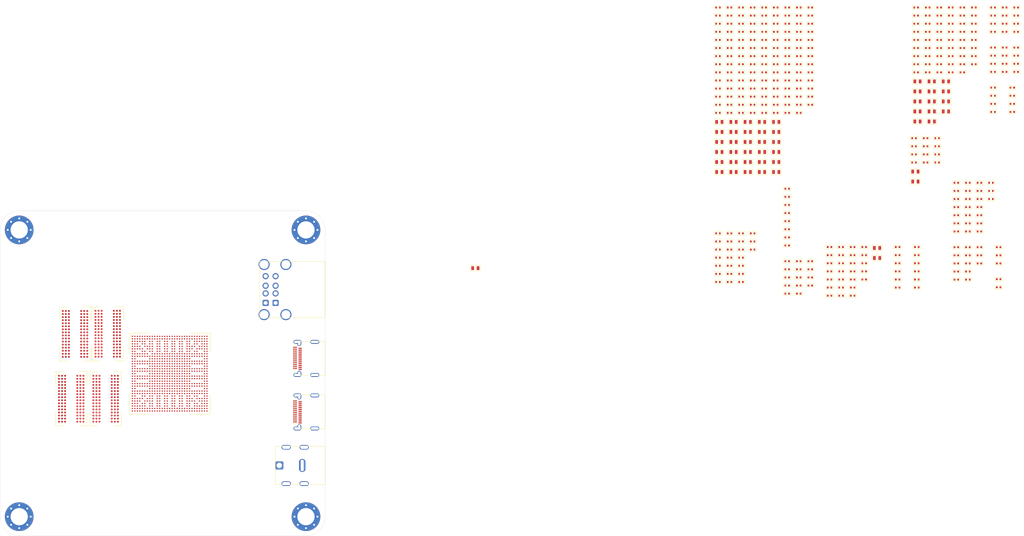
<source format=kicad_pcb>
(kicad_pcb (version 20241229) (generator "pcbnew") (generator_version "9.0")
  (layers (0 "F.Cu" signal) (2 "B.Cu" signal) (13 "F.Paste" user) (15 "B.Paste" user) (5 "F.SilkS" user "F.Silkscreen") (7 "B.SilkS" user "B.Silkscreen") (1 "F.Mask" user) (3 "B.Mask" user) (25 "Edge.Cuts" user))
  (net 0 "")
  (net 1 "+0V9_VDD_CPU_B")
  (net 2 "GND")
  (net 3 "+0V9_VDD_CPU_L")
  (net 4 "+0V9_VDD_GPU")
  (net 5 "+0V9_VDD_CENTER")
  (net 6 "+0V9_VDD_LOG")
  (net 7 "+5V0_VBUS_USBA0")
  (net 8 "+5V0_VBUS_USBA1")
  (net 9 "CHGND")
  (net 10 "+12V_DC_IN")
  (net 11 "+12V_SYS")
  (net 12 "+5V0_SYS")
  (net 13 "/Power/12V_SYS_dVdT")
  (net 14 "/Power/0V9_VDD_CPU_B_PWR_EN")
  (net 15 "/Power/5V0_USB_SW")
  (net 16 "/USB 3.0 Type-C0/USBC0_SBUS1_C")
  (net 17 "+5V0_USB")
  (net 18 "/Power/5V0_USB_SS")
  (net 19 "/USB 3.0 Type-C0/USBC0_SBUS2_C")
  (net 20 "/Power/5V0_SYS_SW")
  (net 21 "/Power/0V9_VDD_GPU_PWR_EN")
  (net 22 "/USBC0_VBUSDET")
  (net 23 "/USB 3.0 Type-C0/USBC0_TX1_C+")
  (net 24 "/USB 3.0 Type-C0/USBC0_TX1_C-")
  (net 25 "/Power/3V3_VCC_SYS_SW")
  (net 26 "+3V3_VCC_SYS")
  (net 27 "/Power/3V3_VCC_SYS_PWR_EN")
  (net 28 "+1V8_VCC")
  (net 29 "+3V0_VCC_SD")
  (net 30 "/Power/1V35_VCC_DDR_FB")
  (net 31 "+1V35_VCC_DDR")
  (net 32 "/USB 3.0 Type-C0/USBC0_TX2_C+")
  (net 33 "+1V8_AVCC_HDMI")
  (net 34 "+1V8_AVCC")
  (net 35 "+0V9_AVCC_HDMI")
  (net 36 "+3V0_IOVCC_SD")
  (net 37 "/USB 3.0 Type-C0/USBC0_TX2_C-")
  (net 38 "+1V5_VCC")
  (net 39 "+3V0_VCC")
  (net 40 "+5V0_VBUS_USBC0")
  (net 41 "Net-(U1-dV{slash}dT)")
  (net 42 "+0V9_AVCC")
  (net 43 "+3V0_VCC_S0")
  (net 44 "+3V0_VCC_RTC")
  (net 45 "/Power/PMIC_OSC32KIN")
  (net 46 "/USB 3.0 Type-C0/USBC0_CC1")
  (net 47 "/Power/PMIC_OSC32KOUT")
  (net 48 "/CPU_SYS_RESET#")
  (net 49 "/USB 3.0 Type-C0/USBC0_CC2")
  (net 50 "/Power/0V9_VDD_LOG_FB")
  (net 51 "+5V0_VPP_OTP")
  (net 52 "/PMIC_PWR_KEY#")
  (net 53 "/USB 3.0 Type-C1/USBC1_SBUS1_C")
  (net 54 "+3V3_VCC_LAN")
  (net 55 "/CPU-RK3399/CPU-RK3399 PMU Controller/CPU_XIN_OSC")
  (net 56 "/CPU-RK3399/CPU-RK3399 PMU Controller/CPU_SYS_CLK32K_IN")
  (net 57 "/USB 3.0 Type-C1/USBC1_SBUS2_C")
  (net 58 "+1V8_VCC_EFUSE")
  (net 59 "+3V0_SDMMC0_VDDPST")
  (net 60 "+1V35_VCC_DDR0_CLK")
  (net 61 "+1V35_VCC_DDR1_CLK")
  (net 62 "/CPU-RK3399/CPU-RK3399 SAR-ADC/CPU_SYS_RAM_ID")
  (net 63 "/CPU_SYS_RECOVERY")
  (net 64 "/PHY_CLKOUT")
  (net 65 "/USB 2.0 Type-A/USBA0_D_R-")
  (net 66 "/USB 2.0 Type-A/USBA0_D_R+")
  (net 67 "/USB 2.0 Type-A/USBA1_D_R+")
  (net 68 "/USB 2.0 Type-A/USBA1_D_R-")
  (net 69 "/USBA0_D+")
  (net 70 "/USBA0_D-")
  (net 71 "/USBA1_D+")
  (net 72 "/USBA1_D-")
  (net 73 "/Power/12V_SYS_PGTH")
  (net 74 "/Power/12V_SYS_UVLO")
  (net 75 "/Power/12V_SYS_OVLO")
  (net 76 "/USBC1_VBUSDET")
  (net 77 "/Power/12V_SYS_PG")
  (net 78 "/0V9_VDD_CPU_B_FB")
  (net 79 "/Power/5V0_USB_PWR_EN")
  (net 80 "/Power/5V0_SYS_PWR_EN")
  (net 81 "/Power/5V0_USB_FB")
  (net 82 "/Power/5V0_USB_MODE")
  (net 83 "/Power/5V0_USB_TRIP")
  (net 84 "/USB 3.0 Type-C1/USBC1_TX1+")
  (net 85 "/0V9_VDD_GPU_FB")
  (net 86 "/Power/5V0_SYS_FB")
  (net 87 "/USB 3.0 Type-C1/USBC1_TX1_C+")
  (net 88 "/Power/3V3_VCC_SYS_FB")
  (net 89 "/Power/PMIC_EXT_PWR_EN")
  (net 90 "/Power/0V9_VDD_CENTER_FB")
  (net 91 "/USB 3.0 Type-C1/USBC1_TX1_C-")
  (net 92 "/Power/0V9_VDD_CPU_L_FB")
  (net 93 "/USB 3.0 Type-C1/USBC1_TX1-")
  (net 94 "Net-(Q1-Gate)")
  (net 95 "Net-(Q2-Base)")
  (net 96 "/PMIC_RTC_CLKO_CPU")
  (net 97 "/CPU-RK3399/CPU-RK3399 PMU Controller/CPU_XOUT_OSC")
  (net 98 "Net-(Q3-Source)")
  (net 99 "/PHY_INT")
  (net 100 "/BT_REG_ON")
  (net 101 "/USB 3.0 Type-C1/USBC1_TX2_C+")
  (net 102 "/CPU_SDIO0_D0")
  (net 103 "/CPU_SDIO0_D1")
  (net 104 "/USB 3.0 Type-C1/USBC1_TX2+")
  (net 105 "/USB 3.0 Type-C1/USBC1_TX2-")
  (net 106 "/CPU_SDIO0_D2")
  (net 107 "/USB 3.0 Type-C1/USBC1_TX2_C-")
  (net 108 "/CPU_SDIO0_D3")
  (net 109 "+5V0_VBUS_USBC1")
  (net 110 "/CPU_SDIO0_CMD")
  (net 111 "/CPU_SDIO0_CLKOUT")
  (net 112 "Net-(U3-dV{slash}dT)")
  (net 113 "/eMMC_CLK")
  (net 114 "/USB 3.0 Type-C1/USBC1_CC1")
  (net 115 "/USB 3.0 Type-C1/USBC1_CC2")
  (net 116 "/MSD_CLX")
  (net 117 "/MSD_DAT0")
  (net 118 "Net-(U9-BOOT)")
  (net 119 "/MSD_DAT1")
  (net 120 "Net-(U9-VCC)")
  (net 121 "/MSD_DAT2")
  (net 122 "Net-(U11-VBST)")
  (net 123 "Net-(U11-VCC)")
  (net 124 "/MSD_DAT3")
  (net 125 "Net-(U11-SS)")
  (net 126 "/MSD_CMD")
  (net 127 "Net-(U12-VBST)")
  (net 128 "Net-(U13-VREF)")
  (net 129 "Net-(U13-VLDO1)")
  (net 130 "Net-(U13-VLDO5)")
  (net 131 "Net-(U13-VCC8)")
  (net 132 "Net-(U13-VSWOUT1)")
  (net 133 "Net-(BTN3-Pad3)")
  (net 134 "/CPU-RK3399/CPU-RK3399 HDMI/HDMI_TMDS_CLK_R+")
  (net 135 "/HDMI_TMDS_CLK+")
  (net 136 "/HDMI_TMDS0+")
  (net 137 "/CPU-RK3399/CPU-RK3399 HDMI/HDMI_TMDS0_R+")
  (net 138 "/CPU-RK3399/CPU-RK3399 HDMI/HDMI_TMDS0_R-")
  (net 139 "/HDMI_TMDS0-")
  (net 140 "/HDMI_TMDS1+")
  (net 141 "/CPU-RK3399/CPU-RK3399 HDMI/HDMI_TMDS1_R+")
  (net 142 "/HDMI_TMDS1-")
  (net 143 "/CPU-RK3399/CPU-RK3399 HDMI/HDMI_TMDS1_R-")
  (net 144 "/HDMI_TMDS_CLK-")
  (net 145 "/CPU-RK3399/CPU-RK3399 HDMI/HDMI_TMDS_CLK_R-")
  (net 146 "/CPU-RK3399/CPU-RK3399 HDMI/HDMI_TMDS2_R+")
  (net 147 "/HDMI_TMDS2+")
  (net 148 "/CPU-RK3399/CPU-RK3399 HDMI/HDMI_TMDS2_R-")
  (net 149 "/HDMI_TMDS2-")
  (net 150 "Net-(D23-Cathode)")
  (net 151 "/HDMI_DET")
  (net 152 "Net-(D24-Cathode)")
  (net 153 "/PHY_MDIO")
  (net 154 "/PHY_TXD3")
  (net 155 "/PHY_TXD2")
  (net 156 "/PHY_TXD1")
  (net 157 "/PHY_TXD0")
  (net 158 "Net-(U13-VDC)")
  (net 159 "Net-(U16-EN)")
  (net 160 "Net-(C173-Pad1)")
  (net 161 "Net-(C242-Pad1)")
  (net 162 "/PHY_TXCTL")
  (net 163 "/USB 3.0 Type-C0/USBC0_D_R-")
  (net 164 "/USB 3.0 Type-C0/USBC0_D_R+")
  (net 165 "/CPU-RK3399/CPU-RK3399 Protocols/CPU_I2C3_SDA")
  (net 166 "/CPU-RK3399/CPU-RK3399 Protocols/CPU_I2C3_SCL")
  (net 167 "/CPU-RK3399/CPU-RK3399 Protocols/CPU_I2C4_SCL")
  (net 168 "/CPU-RK3399/CPU-RK3399 Protocols/CPU_I2C4_SDA")
  (net 169 "/CPU-RK3399/CPU-RK3399 Protocols/CPU_I2C0_SCL")
  (net 170 "/CPU-RK3399/CPU-RK3399 Protocols/CPU_I2C0_SDA")
  (net 171 "/RAM0_A5")
  (net 172 "/USBC1_SSTX2+")
  (net 173 "/USBC0_RX2+")
  (net 174 "/CPU-RK3399/CPU-RK3399 Protocols/CPU_UART0_RX")
  (net 175 "/USB 3.0 Type-C1/USBC1_RX1-")
  (net 176 "/RAM1_DM0")
  (net 177 "/USBC0_SBUS1")
  (net 178 "/USB 3.0 Type-C1/USBC1_RX2-")
  (net 179 "/RAM1_A2")
  (net 180 "/USB 3.0 Type-C1/USBC1_D_R+")
  (net 181 "/RAM0_DQ17")
  (net 182 "/USB 3.0 Type-C1/USBC1_RX2+")
  (net 183 "/CPU-RK3399/CPU-RK3399 DDR/RAM1_DQ17")
  (net 184 "/CPU-RK3399/CPU-RK3399 Protocols/CPU_UART0_TX")
  (net 185 "/USB 3.0 Type-C1/USBC1_D_R-")
  (net 186 "/RAM0_DQS0-")
  (net 187 "/USB 3.0 Type-C1/USBC1_RX1+")
  (net 188 "/RAM0_DQ15")
  (net 189 "/PCIe_PER3-")
  (net 190 "/RAM1_A10")
  (net 191 "/USBC0_DC_SBUS1")
  (net 192 "/CPU-RK3399/CPU-RK3399 DDR/RAM1_DQ28")
  (net 193 "/RAM0_DQ0")
  (net 194 "/RAM0_A2")
  (net 195 "/CPU-RK3399/CPU-RK3399 PMU Controller/???DP_PWR")
  (net 196 "/USBC0_DC_SBUS2")
  (net 197 "/VBUS_USBC_PWR_EN")
  (net 198 "Net-(U1-ILIM)")
  (net 199 "/CPU-RK3399/CPU-RK3399 DVP/HDMI_CEC")
  (net 200 "/RAM1_DM1")
  (net 201 "/USBC1_DC_SBUS1")
  (net 202 "/USBC1_DC_SBUS2")
  (net 203 "/RAM0_CLK0-")
  (net 204 "/USBC1_D-")
  (net 205 "Net-(U3-ILIM)")
  (net 206 "/CPU-RK3399/CPU-RK3399 DDR/RAM1_DQ25")
  (net 207 "/RAM0_DM0")
  (net 208 "/eMMC_DAT0")
  (net 209 "/RAM1_CAS#")
  (net 210 "/PCIe_PET3-")
  (net 211 "/RAM1_DQ12")
  (net 212 "/RAM1_DQS1+")
  (net 213 "/RAM1_DQ6")
  (net 214 "Net-(R34-Pad2)")
  (net 215 "Net-(U9-PGOOD)")
  (net 216 "/USBC0_TX1+")
  (net 217 "/RAM1_CLK1+")
  (net 218 "Net-(U11-PG)")
  (net 219 "/PHY_RXD3")
  (net 220 "/RAM0_DQ4")
  (net 221 "/RAM0_DQ2")
  (net 222 "Net-(R63-Pad2)")
  (net 223 "/USBC0_SBUS2")
  (net 224 "/RAM0_DQS3-")
  (net 225 "/CPU_SYS_OTP_OUT")
  (net 226 "Net-(U15-EN)")
  (net 227 "/RAM1_CS#0")
  (net 228 "/CPU_SYS_B_SLEEP")
  (net 229 "/RAM0_A14")
  (net 230 "/RAM1_CLK0-")
  (net 231 "/RAM1_WE#")
  (net 232 "/RAM0_DQ14")
  (net 233 "/RAM0_DQS0+")
  (net 234 "/RAM0_A13")
  (net 235 "/RAM1_RAS#")
  (net 236 "/CPU-RK3399/CPU-RK3399 DDR/RAM1_DQ29")
  (net 237 "Net-(U17M-GPIO2_C4{slash}SDIO0_D0{slash}SPI5_RXD)")
  (net 238 "/RAM1_RESET#")
  (net 239 "/eMMC_DAT7")
  (net 240 "/PHY_RXD0")
  (net 241 "/PHY_TXC")
  (net 242 "Net-(U17M-GPIO2_C5{slash}SDIO0_D1{slash}SPI5_TXD)")
  (net 243 "/CPU-RK3399/CPU-RK3399 DDR/RAM1_DQ27")
  (net 244 "/RAM1_CS#1")
  (net 245 "Net-(U17M-GPIO2_C6{slash}SDIO0_D2{slash}SPI5_CLK)")
  (net 246 "/CPU-RK3399/CPU-RK3399 PMU Controller/WL_PWR_EN")
  (net 247 "/CPU-RK3399/CPU-RK3399 DDR/RAM1_DQ24")
  (net 248 "/RAM0_ODT0")
  (net 249 "Net-(U17M-GPIO2_C7{slash}SDIO0_D3{slash}SPI5_CSN0)")
  (net 250 "Net-(U17M-GPIO2_D0{slash}SDIO0_CMD)")
  (net 251 "Net-(U17M-GPIO2_D1{slash}SDIO0_CLKOUT{slash}TEST_CLKOUT1)")
  (net 252 "Net-(U17N-EMMC_CLK)")
  (net 253 "/RAM0_A10")
  (net 254 "/USBC1_SSTX1-")
  (net 255 "/RAM0_A0")
  (net 256 "Net-(U17N-EMMC_CALIO)")
  (net 257 "/RAM1_A0")
  (net 258 "Net-(U17L-GPIO4_B4{slash}SDMMC0_CLKOUT{slash}MUCJTAG_TCK)")
  (net 259 "/RAM0_A4")
  (net 260 "/PCIe_PER0-")
  (net 261 "Net-(U17L-GPIO4_B0{slash}SDMMC0_D0{slash}UART2A_RX)")
  (net 262 "/RAM1_DQ3")
  (net 263 "Net-(U17L-GPIO4_B1{slash}SDMMC0_D1{slash}UART2A_TX)")
  (net 264 "/RAM1_A1")
  (net 265 "/RAM0_CLK0+")
  (net 266 "/PCIe_PER1+")
  (net 267 "/RAM0_BA1")
  (net 268 "Net-(U17L-GPIO4_B2{slash}SDMMC0_D2{slash}APJTAG_TCK)")
  (net 269 "/USBC0_TX1-")
  (net 270 "/RAM0_BA2")
  (net 271 "/RAM1_ODT0")
  (net 272 "Net-(U17L-GPIO4_B3{slash}SDMMC0_D3{slash}APJTAG_TMS)")
  (net 273 "/RAM0_RESET#")
  (net 274 "/USBC1_SSRX2+")
  (net 275 "Net-(U17L-GPIO4_B5{slash}SDMMC0_CMD{slash}MCUJTAG_TMS)")
  (net 276 "Net-(U17I-DDR0_PZQ)")
  (net 277 "/PCIe_PWR_EN")
  (net 278 "Net-(U17J-DDR1_PZQ)")
  (net 279 "/RAM0_DQ22")
  (net 280 "Net-(U17P-TYPEC0_REXT)")
  (net 281 "Net-(U17P-TYPEC1_REXT)")
  (net 282 "/RAM1_DQ15")
  (net 283 "/USBC0_RX2-")
  (net 284 "Net-(U17O-USB0_RBIAS)")
  (net 285 "Net-(U17O-USB1_RBIAS)")
  (net 286 "Net-(U17O-USB_AVDD_0V9)")
  (net 287 "Net-(U17O-USB_AVDD_1V8)")
  (net 288 "/USBC1_SSTX1+")
  (net 289 "/RAM0_DQ29")
  (net 290 "/RAM0_DQ13")
  (net 291 "/RAM1_DQS2+")
  (net 292 "Net-(U17R-HDMI_HPD)")
  (net 293 "Net-(U17R-HDMI_REXT)")
  (net 294 "/PHY_RXD1")
  (net 295 "/CPU-RK3399/CPU-RK3399 PMU Controller/EFUSE_VQPS_PWR_EN")
  (net 296 "/CPU-RK3399/CPU-RK3399 Protocols/PMIC_INT#")
  (net 297 "/RAM1_CLK0+")
  (net 298 "/USBC1_SSRX1+")
  (net 299 "/CPU-RK3399/CPU-RK3399 DDR/RAM1_DQ21")
  (net 300 "/RAM0_RAS#")
  (net 301 "/RAM1_A11")
  (net 302 "Net-(U17X-GPIO3_A4{slash}MAC_TXD0{slash}SPI0_RXD)")
  (net 303 "Net-(U17X-GPIO3_A5{slash}MAC_TXD1{slash}SPI0_TXD)")
  (net 304 "Net-(U17X-GPIO3_A0{slash}MAC_TXD2{slash}SPI4_RXD)")
  (net 305 "Net-(U17X-GPIO3_A1{slash}MAC_TXD3{slash}SPI4_TXD)")
  (net 306 "Net-(U17X-GPIO3_B4{slash}MAC_TXEN{slash}UART1_RX)")
  (net 307 "Net-(U17X-GPIO3_B3{slash}MAC_CLK{slash}I2C5_SCL)")
  (net 309 "/RAM0_CKE1")
  (net 310 "/LOG_DVS_PWR_PWM")
  (net 311 "/USBC0_RX1-")
  (net 314 "/PMIC_SLEEP")
  (net 315 "/RAM0_DQ31")
  (net 317 "/CPU-RK3399/CPU-RK3399 USB/USBC1_D1")
  (net 320 "/PCIe_PER2-")
  (net 321 "/CPU-RK3399/CPU-RK3399 DDR/RAM1_DQ18")
  (net 322 "/PHY_PHYRSTB")
  (net 325 "/CPU-RK3399/CPU-RK3399 PMU Controller/???FAN_CTL")
  (net 326 "/USBC1_INT#")
  (net 328 "/RAM0_DQ1")
  (net 329 "/eMMC_DAT3")
  (net 331 "/PHY_RXCTL")
  (net 332 "/RAM1_A7")
  (net 334 "/RAM1_DQS0+")
  (net 336 "/RAM0_CS#1")
  (net 337 "/RAM0_A1")
  (net 338 "/USBC1_D+")
  (net 340 "/RAM0_A11")
  (net 342 "/RAM0_DQ30")
  (net 345 "/CPU-RK3399/CPU-RK3399 DDR/RAM1_DQ30")
  (net 346 "/RAM1_DQ14")
  (net 347 "/RAM1_A5")
  (net 349 "/PHY_MDC")
  (net 350 "/RAM0_DQS3+")
  (net 353 "/CPU-RK3399/CPU-RK3399 DDR/RAM1_DQ23")
  (net 354 "/eMMC_DAT1")
  (net 356 "/RAM0_DQ7")
  (net 358 "/RAM0_DQ6")
  (net 359 "/CPU-RK3399/CPU-RK3399 Protocols/CPU_UART2_RXD")
  (net 360 "/PHY_RXD2")
  (net 361 "/PCIe_PET3+")
  (net 362 "/PCIe_REFCLK-")
  (net 365 "/RAM1_A8")
  (net 368 "/RAM1_BA2")
  (net 369 "/RAM0_CLK1-")
  (net 370 "/CPU_SYS_GPU_SLEEP")
  (net 371 "/RAM0_DQS1+")
  (net 372 "/RAM0_DQ12")
  (net 374 "/RAM1_DQ11")
  (net 375 "/USBC0_RX1+")
  (net 376 "/RAM1_BA0")
  (net 377 "/RAM0_DQ11")
  (net 378 "/CPU-RK3399/CPU-RK3399 DDR/RAM1_DQ19")
  (net 380 "/RAM1_DQ4")
  (net 382 "/RAM1_A4")
  (net 383 "/CPU-RK3399/CPU-RK3399 MAC/PHY_RXER")
  (net 385 "/RAM0_A6")
  (net 386 "/RAM0_DQ26")
  (net 389 "/CPU-RK3399/CPU-RK3399 Protocols/CPU_UART2_TXD")
  (net 390 "/RAM1_DQS3+")
  (net 391 "/USBC0_TX2-")
  (net 394 "/RAM0_DQ28")
  (net 398 "/RAM0_A9")
  (net 399 "Net-(Q4-Source)")
  (net 401 "/RAM0_CS#2")
  (net 402 "/RAM1_DQ13")
  (net 404 "/RAM1_A6")
  (net 405 "/RAM1_A12")
  (net 406 "/PCIe_PERST#")
  (net 408 "/CPU-RK3399/CPU-RK3399 Protocols/LED_CTL")
  (net 409 "/USBC0_INT#")
  (net 410 "/PCIe_PET1+")
  (net 412 "/eMMC_DAT5")
  (net 413 "/CPU-RK3399/CPU-RK3399 DDR/RAM1_DQ22")
  (net 414 "/RAM0_CS#3")
  (net 417 "/RAM0_DM3")
  (net 418 "/RAM0_DQ8")
  (net 419 "Net-(U17P-TYPEC1_ID)")
  (net 422 "/RAM0_CAS#")
  (net 423 "/RAM0_A3")
  (net 424 "/RAM1_A14")
  (net 426 "/RAM0_A12")
  (net 427 "/WL_HOST_WAKE#")
  (net 430 "/RAM1_DQ9")
  (net 431 "/RAM0_DM1")
  (net 432 "/eMMC_STRB")
  (net 433 "/RAM1_CLK1-")
  (net 434 "/PCIe_PER0+")
  (net 436 "/RAM1_DQ1")
  (net 437 "/RAM0_CS#0")
  (net 438 "/CPU-RK3399/CPU-RK3399 DDR/RAM1_DQ31")
  (net 439 "/USBC1_SSTX2-")
  (net 440 "/PCIe_REFCLK+")
  (net 444 "/RAM1_DQ0")
  (net 445 "/RAM0_DQS2-")
  (net 447 "/RAM0_DQ10")
  (net 448 "/RAM0_DQ5")
  (net 449 "/RAM1_DM2")
  (net 450 "Net-(U17H-GPIO4_D0{slash}PCIE_CLKREQNB)")
  (net 451 "/USBC0_TX2+")
  (net 452 "/USBC1_SBUS1")
  (net 453 "/RAM0_BA0")
  (net 456 "/PHY_RXC")
  (net 458 "/RAM1_DQS0-")
  (net 459 "/RAM0_DQ24")
  (net 463 "/USBC1_SBUS2")
  (net 465 "/PCIe_PET0+")
  (net 466 "/PCIe_PER3+")
  (net 468 "/RAM1_A9")
  (net 469 "/RAM0_DQ19")
  (net 472 "/RAM1_DQS2-")
  (net 474 "/CPU-RK3399/CPU-RK3399 Protocols/CPU_UART0_CTSN")
  (net 475 "/RAM0_DQ9")
  (net 477 "/RAM0_DQ25")
  (net 479 "Net-(U17P-TYPEC0_ID)")
  (net 485 "/RAM0_WE#")
  (net 486 "/RAM1_A3")
  (net 488 "/RAM1_CKE1")
  (net 489 "/PCIe_CLKREQ#")
  (net 490 "/CPU-RK3399/CPU-RK3399 DDR/RAM1_DQ16")
  (net 491 "/RAM0_DQ3")
  (net 492 "/RAM1_DQS3-")
  (net 494 "/PCIe_PET1-")
  (net 495 "/RAM0_CKE0")
  (net 496 "/USBC1_SSRX1-")
  (net 497 "/BT_HOST_WAKE#")
  (net 498 "/WL_REG_ON")
  (net 499 "/PCIe_PER2+")
  (net 500 "/eMMC_DAT4")
  (net 501 "/eMMC_CMD")
  (net 502 "/SDMMC0_PWR_EN")
  (net 504 "/PCIe_PET2-")
  (net 505 "/RAM0_ODT1")
  (net 507 "/RAM0_CLK1+")
  (net 508 "/RAM1_DM3")
  (net 509 "/RAM1_CS#3")
  (net 510 "/RAM1_DQ10")
  (net 511 "/RAM0_DM2")
  (net 512 "/RAM1_DQ8")
  (net 513 "/RAM0_DQ18")
  (net 514 "/RAM1_A15")
  (net 515 "/RAM1_ODT1")
  (net 516 "/RAM1_DQS1-")
  (net 519 "/RAM1_CKE0")
  (net 520 "/CPU-RK3399/CPU-RK3399 DDR/RAM1_DQ26")
  (net 522 "/RAM1_CS#2")
  (net 525 "/USBC0_D+")
  (net 526 "/RAM0_DQ23")
  (net 527 "/RAM0_DQ21")
  (net 530 "/RAM1_DQ2")
  (net 531 "/RAM0_DQ20")
  (net 532 "/PCIe_PET0-")
  (net 535 "/eMMC_DAT6")
  (net 538 "/RAM1_DQ7")
  (net 539 "/USBC1_SSRX2-")
  (net 541 "/CPU-RK3399/CPU-RK3399 Protocols/CPU_UART0_RTSN")
  (net 542 "/RAM0_DQS2+")
  (net 544 "/MSD_CD")
  (net 545 "/PCIe_PET2+")
  (net 546 "/USBC0_D-")
  (net 547 "/CPU-RK3399/CPU-RK3399 DDR/RAM1_DQ20")
  (net 549 "/RAM0_A7")
  (net 552 "/RAM1_DQ5")
  (net 553 "/RAM0_DQ16")
  (net 554 "/RAM0_A8")
  (net 555 "/RAM1_A13")
  (net 557 "/RAM0_A15")
  (net 560 "/RAM0_DQ27")
  (net 562 "/RAM1_BA1")
  (net 564 "/eMMC_DAT2")
  (net 565 "/RAM0_DQS1-")
  (net 568 "/PCIe_PER1-")
  (net 571 "/BT_WAKE")
  (net 573 "/VBUS_USBA_PWR_EN")
  (net 606 "Net-(U17AD-GPIO1_B0{slash}SPI1_TXD{slash}UART4_TX)")
  (net 614 "Net-(U17AD-GPIO1_A7{slash}SPI1_RXD{slash}UART4_RX)")
  (net 617 "/Power/12V_SYS_ITIMER")
  (footprint "footprints:DC-091" (layer "F.Cu") (at 122.65 136.6 90)
    (property "Reference" "CON4")
    (property "Value" "~")
  )
  (footprint "footprints:CAPC1005X50N" (layer "F.Cu") (at 284.035 53.13)
    (property "Reference" "C40")
    (property "Value" "~")
  )
  (footprint "footprints:CAPC1005X50N" (layer "F.Cu") (at 296.665 16.83)
    (property "Reference" "C224")
    (property "Value" "~")
  )
  (footprint "footprints:RESC1005X35N" (layer "F.Cu") (at 253.895 23.19)
    (property "Reference" "R56")
    (property "Value" "~")
  )
  (footprint "footprints:CAPC1005X50N" (layer "F.Cu") (at 299.685 23.19)
    (property "Reference" "C236")
    (property "Value" "~")
  )
  (footprint "footprints:CAPC1005X50N" (layer "F.Cu") (at 247.855 29.55)
    (property "Reference" "C166")
    (property "Value" "~")
  )
  (footprint "footprints:BGA96C80P9X16_800X1400X110" (layer "F.Cu") (at 64.6 102.2)
    (property "Reference" "U18")
    (property "Value" "MT41K256M16TW-107:P")
  )
  (footprint "footprints:CAPC1005X50N" (layer "F.Cu") (at 301.135 64.8)
    (property "Reference" "C36")
    (property "Value" "~")
  )
  (footprint "footprints:RESC1005X35N" (layer "F.Cu") (at 253.895 18.95)
    (property "Reference" "R54")
    (property "Value" "~")
  )
  (footprint "footprints:CAPC1005X50N" (layer "F.Cu") (at 306.155 90)
    (property "Reference" "C247")
    (property "Value" "~")
  )
  (footprint "footprints:RESC1005X35N" (layer "F.Cu") (at 270.995 85.84)
    (property "Reference" "R111")
    (property "Value" "~")
  )
  (footprint "footprints:CAPC1608X80N" (layer "F.Cu") (at 292.375 38.78)
    (property "Reference" "C209")
    (property "Value" "~")
  )
  (footprint "footprints:CAPC1005X50N" (layer "F.Cu") (at 296.665 31.67)
    (property "Reference" "C231")
    (property "Value" "~")
  )
  (footprint "footprints:CAPC1608X80N" (layer "F.Cu") (at 288.655 46.64)
    (property "Reference" "C207")
    (property "Value" "~")
  )
  (footprint "footprints:RESC1005X35N" (layer "F.Cu") (at 279.735 90.08)
    (property "Reference" "R149")
    (property "Value" "~")
  )
  (footprint "footprints:RESC1005X35N" (layer "F.Cu") (at 306.155 81.64)
    (property "Reference" "R121")
    (property "Value" "~")
  )
  (footprint "footprints:CAPC1005X50N" (layer "F.Cu") (at 290.625 25.31)
    (property "Reference" "C204")
    (property "Value" "~")
  )
  (footprint "footprints:RESC1005X35N" (layer "F.Cu") (at 309.725 42.03)
    (property "Reference" "R101")
    (property "Value" "~")
  )
  (footprint "footprints:CAPC1005X50N" (layer "F.Cu") (at 264.955 90.08)
    (property "Reference" "C264")
    (property "Value" "~")
  )
  (footprint "footprints:CAPC1608X80N" (layer "F.Cu") (at 240.545 54.62)
    (property "Reference" "C108")
    (property "Value" "~")
  )
  (footprint "footprints:CAPC1005X50N" (layer "F.Cu") (at 232.755 42.27)
    (property "Reference" "C72")
    (property "Value" "~")
  )
  (footprint "footprints:CAPC1608X80N" (layer "F.Cu") (at 240.545 59.86)
    (property "Reference" "C113")
    (property "Value" "~")
  )
  (footprint "footprints:CAPC1005X50N" (layer "F.Cu") (at 241.815 18.95)
    (property "Reference" "C123")
    (property "Value" "~")
  )
  (footprint "footprints:CAPC1005X50N" (layer "F.Cu") (at 238.795 27.43)
    (property "Reference" "C105")
    (property "Value" "~")
  )
  (footprint "footprints:RESC1005X35N" (layer "F.Cu") (at 241.815 78.02)
    (property "Reference" "R10")
    (property "Value" "~")
  )
  (footprint "footprints:RESC1005X35N" (layer "F.Cu") (at 301.135 71.16)
    (property "Reference" "R16")
    (property "Value" "~")
  )
  (footprint "footprints:CAPC1608X80N" (layer "F.Cu") (at 236.825 52)
    (property "Reference" "C87")
    (property "Value" "~")
  )
  (footprint "footprints:CAPC1005X50N" (layer "F.Cu") (at 247.855 25.31)
    (property "Reference" "C164")
    (property "Value" "~")
  )
  (footprint "footprints:RESC1005X35N" (layer "F.Cu") (at 253.895 33.79)
    (property "Reference" "R61")
    (property "Value" "~")
  )
  (footprint "footprints:CAPC1005X50N" (layer "F.Cu") (at 232.755 18.95)
    (property "Reference" "C50")
    (property "Value" "~")
  )
  (footprint "footprints:CAPC1005X50N" (layer "F.Cu") (at 247.855 18.95)
    (property "Reference" "C159")
    (property "Value" "~")
  )
  (footprint "footprints:CAPC1608X80N" (layer "F.Cu") (at 288.655 36.16)
    (property "Reference" "C195")
    (property "Value" "~")
  )
  (footprint "footprints:CAPC1005X50N" (layer "F.Cu") (at 299.685 21.07)
    (property "Reference" "C235")
    (property "Value" "~")
  )
  (footprint "footprints:RESC1005X35N" (layer "F.Cu") (at 299.685 31.67)
    (property "Reference" "R87")
    (property "Value" "~")
  )
  (footprint "footprints:CAPC1005X50N" (layer "F.Cu") (at 232.755 78.02)
    (property "Reference" "C2")
    (property "Value" "~")
  )
  (footprint "footprints:CAPC1005X50N" (layer "F.Cu") (at 267.975 90.08)
    (property "Reference" "C271")
    (property "Value" "~")
  )
  (footprint "footprints:RESC1005X35N" (layer "F.Cu") (at 284.755 83.72)
    (property "Reference" "R97")
    (property "Value" "~")
  )
  (footprint "footprints:RESC1005X35N" (layer "F.Cu") (at 256.895 89.55)
    (property "Reference" "R132")
    (property "Value" "~")
  )
  (footprint "footprints:RESC1005X35N" (layer "F.Cu") (at 310.745 33.67)
    (property "Reference" "R94")
    (property "Value" "~")
  )
  (footprint "footprints:CAPC1608X80N" (layer "F.Cu") (at 233.105 59.86)
    (property "Reference" "C81")
    (property "Value" "~")
  )
  (footprint "footprints:CAPC1005X50N" (layer "F.Cu") (at 299.685 25.31)
    (property "Reference" "C237")
    (property "Value" "~")
  )
  (footprint "footprints:CAPC1005X50N" (layer "F.Cu") (at 244.835 25.31)
    (property "Reference" "C147")
    (property "Value" "~")
  )
  (footprint "footprints:RESC1005X35N" (layer "F.Cu") (at 250.875 33.79)
    (property "Reference" "R47")
    (property "Value" "~")
  )
  (footprint "footprints:CAPC1005X50N" (layer "F.Cu") (at 238.795 75.9)
    (property "Reference" "C17")
    (property "Value" "~")
  )
  (footprint "footprints:RESC1005X35N" (layer "F.Cu") (at 301.135 75.4)
    (property "Reference" "R18")
    (property "Value" "~")
  )
  (footprint "footprints:RESC1005X35N" (layer "F.Cu") (at 250.875 21.07)
    (property "Reference" "R38")
    (property "Value" "~")
  )
  (footprint "footprints:RESC1005X35N" (layer "F.Cu") (at 250.875 40.15)
    (property "Reference" "R50")
    (property "Value" "~")
  )
  (footprint "footprints:CAPC1005X50N" (layer "F.Cu") (at 299.685 27.43)
    (property "Reference" "C238")
    (property "Value" "~")
  )
  (footprint "footprints:RESC1005X35N" (layer "F.Cu") (at 279.735 85.84)
    (property "Reference" "R147")
    (property "Value" "~")
  )
  (footprint "footprints:CAPC1005X50N" (layer "F.Cu") (at 304.705 33.67)
    (property "Reference" "C242")
    (property "Value" "~")
  )
  (footprint "footprints:CAPC1005X50N" (layer "F.Cu") (at 270.995 79.48)
    (property "Reference" "C273")
    (property "Value" "~")
  )
  (footprint "footprints:CAPC1005X50N" (layer "F.Cu") (at 232.755 44.39)
    (property "Reference" "C73")
    (property "Value" "~")
  )
  (footprint "footprints:CAPC1005X50N" (layer "F.Cu") (at 284.035 57.37)
    (property "Reference" "C43")
    (property "Value" "~")
  )
  (footprint "footprints:RESC1005X35N" (layer "F.Cu") (at 253.875 89.55)
    (property "Reference" "R127")
    (property "Value" "~")
  )
  (footprint "footprints:CAPC1005X50N" (layer "F.Cu") (at 241.815 21.07)
    (property "Reference" "C124")
    (property "Value" "~")
  )
  (footprint "footprints:AF SS-JB17.6" (layer "F.Cu") (at 115.75 90.6 90)
    (property "Reference" "CON3")
    (property "Value" "AF SS-JB17.6")
  )
  (footprint "footprints:CAPC1005X50N" (layer "F.Cu") (at 301.135 62.68)
    (property "Reference" "C35")
    (property "Value" "~")
  )
  (footprint "footprints:CAPC1005X50N" (layer "F.Cu") (at 293.645 18.95)
    (property "Reference" "C215")
    (property "Value" "~")
  )
  (footprint "footprints:RESC1005X35N" (layer "F.Cu") (at 304.155 66.92)
    (property "Reference" "R22")
    (property "Value" "~")
  )
  (footprint "footprints:RESC1005X35N" (layer "F.Cu") (at 270.995 81.6)
    (property "Reference" "R109")
    (property "Value" "~")
  )
  (footprint "footprints:CAPC1005X50N" (layer "F.Cu") (at 284.585 23.19)
    (property "Reference" "C180")
    (property "Value" "~")
  )
  (footprint "footprints:CAPC1005X50N" (layer "F.Cu") (at 238.795 18.95)
    (property "Reference" "C99")
    (property "Value" "~")
  )
  (footprint "footprints:RESC1005X35N" (layer "F.Cu") (at 270.995 83.72)
    (property "Reference" "R110")
    (property "Value" "~")
  )
  (footprint "footprints:CAPC1005X50N" (layer "F.Cu") (at 304.705 29.43)
    (property "Reference" "C240")
    (property "Value" "~")
  )
  (footprint "footprints:CAPC1005X50N" (layer "F.Cu") (at 296.665 33.79)
    (property "Reference" "C232")
    (property "Value" "~")
  )
  (footprint "footprints:CAPC1005X50N" (layer "F.Cu") (at 232.755 31.67)
    (property "Reference" "C63")
    (property "Value" "~")
  )
  (footprint "footprints:CAPC1005X50N" (layer "F.Cu") (at 235.775 75.9)
    (property "Reference" "C9")
    (property "Value" "~")
  )
  (footprint "footprints:CAPC1005X50N" (layer "F.Cu") (at 235.775 33.79)
    (property "Reference" "C89")
    (property "Value" "~")
  )
  (footprint "footprints:M4_Hole" (layer "F.Cu") (at 125 75)
    (property "Reference" "MEC3")
    (property "Value" "~")
  )
  (footprint "footprints:CAPC1005X50N" (layer "F.Cu") (at 284.585 16.83)
    (property "Reference" "C174")
    (property "Value" "~")
  )
  (footprint "footprints:CAPC1608X80N" (layer "F.Cu") (at 247.985 49.38)
    (property "Reference" "C145")
    (property "Value" "~")
  )
  (footprint "footprints:CAPC1005X50N" (layer "F.Cu") (at 264.955 85.84)
    (property "Reference" "C262")
    (property "Value" "~")
  )
  (footprint "footprints:CAPC1005X50N" (layer "F.Cu") (at 298.115 64.8)
    (property "Reference" "C28")
    (property "Value" "~")
  )
  (footprint "footprints:CAPC1005X50N" (layer "F.Cu") (at 238.795 21.07)
    (property "Reference" "C100")
    (property "Value" "~")
  )
  (footprint "footprints:RESC1005X35N" (layer "F.Cu") (at 304.155 62.68)
    (property "Reference" "R19")
    (property "Value" "~")
  )
  (footprint "footprints:RESC1005X35N" (layer "F.Cu") (at 284.755 79.48)
    (property "Reference" "R95")
    (property "Value" "~")
  )
  (footprint "footprints:CAPC1005X50N" (layer "F.Cu") (at 235.775 29.55)
    (property "Reference" "C83")
    (property "Value" "~")
  )
  (footprint "footprints:CAPC1005X50N" (layer "F.Cu") (at 241.815 44.39)
    (property "Reference" "C141")
    (property "Value" "~")
  )
  (footprint "footprints:CAPC1608X80N" (layer "F.Cu") (at 233.105 54.62)
    (property "Reference" "C61")
    (property "Value" "~")
  )
  (footprint "footprints:RESC1005X35N" (layer "F.Cu") (at 250.855 70.59)
    (property "Reference" "R104")
    (property "Value" "~")
  )
  (footprint "footprints:CAPC1005X50N" (layer "F.Cu") (at 244.835 18.95)
    (property "Reference" "C143")
    (property "Value" "~")
  )
  (footprint "footprints:CAPC1005X50N" (layer "F.Cu") (at 296.665 29.55)
    (property "Reference" "C230")
    (property "Value" "~")
  )
  (footprint "footprints:CAPC1005X50N" (layer "F.Cu") (at 238.795 25.31)
    (property "Reference" "C104")
    (property "Value" "~")
  )
  (footprint "footprints:RESC1005X35N" (layer "F.Cu") (at 256.915 40.15)
    (property "Reference" "R82")
    (property "Value" "~")
  )
  (footprint "footprints:RESC1005X35N" (layer "F.Cu") (at 306.155 83.76)
    (property "Reference" "R122")
    (property "Value" "~")
  )
  (footprint "footprints:CAPC1005X50N" (layer "F.Cu") (at 235.775 38.03)
    (property "Reference" "C93")
    (property "Value" "~")
  )
  (footprint "footprints:CAPC1005X50N" (layer "F.Cu") (at 238.795 44.39)
    (property "Reference" "C121")
    (property "Value" "~")
  )
  (footprint "footprints:CAPC1005X50N" (layer "F.Cu") (at 244.835 38.03)
    (property "Reference" "C153")
    (property "Value" "~")
  )
  (footprint "footprints:BGA96C80P9X16_800X1400X110" (layer "F.Cu") (at 72.6 119.15)
    (property "Reference" "U20")
    (property "Value" "MT41K256M16TW-107:P")
  )
  (footprint "footprints:CAPC1005X50N" (layer "F.Cu") (at 232.755 21.07)
    (property "Reference" "C51")
    (property "Value" "~")
  )
  (footprint "footprints:RESC1005X35N" (layer "F.Cu") (at 250.855 91.67)
    (property "Reference" "R123")
    (property "Value" "~")
  )
  (footprint "footprints:CAPC1608X80N" (layer "F.Cu") (at 244.265 49.38)
    (property "Reference" "C127")
    (property "Value" "~")
  )
  (footprint "footprints:CAPC1005X50N" (layer "F.Cu") (at 264.955 81.6)
    (property "Reference" "C260")
    (property "Value" "~")
  )
  (footprint "footprints:RESC1005X35N" (layer "F.Cu") (at 304.705 44.15)
    (property "Reference" "R120")
    (property "Value" "~")
  )
  (footprint "footprints:RESC1005X35N" (layer "F.Cu") (at 256.895 87.43)
    (property "Reference" "R131")
    (property "Value" "~")
  )
  (footprint "footprints:CAPC1005X50N" (layer "F.Cu") (at 267.975 85.84)
    (property "Reference" "C269")
    (property "Value" "~")
  )
  (footprint "footprints:CAPC1608X80N" (layer "F.Cu") (at 236.825 46.76)
    (property "Reference" "C85")
    (property "Value" "~")
  )
  (footprint "footprints:CAPC1608X80N" (layer "F.Cu") (at 236.825 54.62)
    (property "Reference" "C88")
    (property "Value" "~")
  )
  (footprint "footprints:CAPC1005X50N" (layer "F.Cu") (at 284.035 55.25)
    (property "Reference" "C42")
    (property "Value" "~")
  )
  (footprint "footprints:RESC1005X35N" (layer "F.Cu") (at 307.725 33.67)
    (property "Reference" "R90")
    (property "Value" "~")
  )
  (footprint "footprints:CAPC1608X80N" (layer "F.Cu") (at 288.655 41.4)
    (property "Reference" "C197")
    (property "Value" "~")
  )
  (footprint "footprints:CAPC1608X80N" (layer "F.Cu") (at 288.655 38.78)
    (property "Reference" "C196")
    (property "Value" "~")
  )
  (footprint "footprints:CAPC1005X50N" (layer "F.Cu") (at 241.815 23.19)
    (property "Reference" "C125")
    (property "Value" "~")
  )
  (footprint "footprints:RESC1005X35N" (layer "F.Cu") (at 309.725 44.15)
    (property "Reference" "R102")
    (property "Value" "~")
  )
  (footprint "footprints:CAPC1005X50N" (layer "F.Cu") (at 232.755 29.55)
    (property "Reference" "C58")
    (property "Value" "~")
  )
  (footprint "footprints:CAPC1005X50N" (layer "F.Cu") (at 298.115 83.76)
    (property "Reference" "C281")
    (property "Value" "~")
  )
  (footprint "footprints:CAPC1005X50N" (layer "F.Cu") (at 247.855 16.83)
    (property "Reference" "C158")
    (property "Value" "~")
  )
  (footprint "footprints:CAPC1005X50N" (layer "F.Cu") (at 287.605 29.55)
    (property "Reference" "C194")
    (property "Value" "~")
  )
  (footprint "footprints:CAPC1608X80N" (layer "F.Cu") (at 233.105 57.24)
    (property "Reference" "C62")
    (property "Value" "~")
  )
  (footprint "footprints:CAPC1005X50N" (layer "F.Cu") (at 244.835 21.07)
    (property "Reference" "C144")
    (property "Value" "~")
  )
  (footprint "footprints:CAPC1005X50N" (layer "F.Cu") (at 287.605 21.07)
    (property "Reference" "C190")
    (property "Value" "~")
  )
  (footprint "footprints:CAPC1608X80N" (layer "F.Cu") (at 240.545 46.76)
    (property "Reference" "C102")
    (property "Value" "~")
  )
  (footprint "footprints:CAPC1005X50N" (layer "F.Cu") (at 244.835 33.79)
    (property "Reference" "C151")
    (property "Value" "~")
  )
  (footprint "footprints:CAPC1608X80N" (layer "F.Cu") (at 274.365 82.35)
    (property "Reference" "C259")
    (property "Value" "~")
  )
  (footprint "footprints:CAPC1005X50N" (layer "F.Cu") (at 298.115 62.68)
    (property "Reference" "C27")
    (property "Value" "~")
  )
  (footprint "footprints:RESC1005X35N" (layer "F.Cu") (at 256.895 83.19)
    (property "Reference" "R129")
    (property "Value" "~")
  )
  (footprint "footprints:RESC1005X35N" (layer "F.Cu") (at 256.915 31.67)
    (property "Reference" "R77")
    (property "Value" "~")
  )
  (footprint "footprints:CAPC1005X50N" (layer "F.Cu") (at 267.975 92.2)
    (property "Reference" "C272")
    (property "Value" "~")
  )
  (footprint "footprints:RESC1005X35N" (layer "F.Cu") (at 304.705 42.03)
    (property "Reference" "R119")
    (property "Value" "~")
  )
  (footprint "footprints:CAPC1005X50N" (layer "F.Cu") (at 241.815 31.67)
    (property "Reference" "C132")
    (property "Value" "~")
  )
  (footprint "footprints:CAPC1005X50N" (layer "F.Cu") (at 295.095 88)
    (property "Reference" "C278")
    (property "Value" "~")
  )
  (footprint "footprints:CAPC1005X50N" (layer "F.Cu") (at 244.835 27.43)
    (property "Reference" "C148")
    (property "Value" "~")
  )
  (footprint "footprints:RESC1005X35N" (layer "F.Cu") (at 238.795 88.62)
    (property "Reference" "R7")
    (property "Value" "~")
  )
  (footprint "footprints:CAPC1608X80N" (layer "F.Cu") (at 274.365 79.73)
    (property "Reference" "C250")
    (property "Value" "~")
  )
  (footprint "footprints:CAPC1005X50N" (layer "F.Cu") (at 241.815 16.83)
    (property "Reference" "C122")
    (property "Value" "~")
  )
  (footprint "footprints:CAPC1005X50N" (layer "F.Cu") (at 287.055 53.13)
    (property "Reference" "C46")
    (property "Value" "~")
  )
  (footprint "footprints:CAPC1005X50N" (layer "F.Cu") (at 261.935 90.08)
    (property "Reference" "C256")
    (property "Value" "~")
  )
  (footprint "footprints:CAPC1005X50N" (layer "F.Cu") (at 290.625 27.43)
    (property "Reference" "C205")
    (property "Value" "~")
  )
  (footprint "footprints:RESC1005X35N" (layer "F.Cu") (at 253.895 35.91)
    (property "Reference" "R62")
    (property "Value" "~")
  )
  (footprint "footprints:RESC1005X35N" (layer "F.Cu") (at 250.875 23.19)
    (property "Reference" "R39")
    (property "Value" "~")
  )
  (footprint "footprints:CAPC1005X50N" (layer "F.Cu") (at 293.645 23.19)
    (property "Reference" "C217")
    (property "Value" "~")
  )
  (footprint "footprints:CAPC1005X50N" (layer "F.Cu") (at 261.935 92.2)
    (property "Reference" "C257")
    (property "Value" "~")
  )
  (footprint "footprints:RESC1005X35N" (layer "F.Cu") (at 253.895 40.15)
    (property "Reference" "R65")
    (property "Value" "~")
  )
  (footprint "footprints:CAPC1005X50N" (layer "F.Cu") (at 290.625 33.79)
    (property "Reference" "C213")
    (property "Value" "~")
  )
  (footprint "footprints:RESC1005X35N" (layer "F.Cu") (at 290.075 55.25)
    (property "Reference" "R28")
    (property "Value" "~")
  )
  (footprint "footprints:RESC1005X35N" (layer "F.Cu") (at 256.915 25.31)
    (property "Reference" "R73")
    (property "Value" "~")
  )
  (footprint "footprints:CAPC1005X50N" (layer "F.Cu") (at 298.115 81.64)
    (property "Reference" "C280")
    (property "Value" "~")
  )
  (footprint "footprints:RESC1005X35N" (layer "F.Cu") (at 250.875 27.43)
    (property "Reference" "R41")
    (property "Value" "~")
  )
  (footprint "footprints:CAPC1608X80N" (layer "F.Cu") (at 233.105 46.76)
    (property "Reference" "C55")
    (property "Value" "~")
  )
  (footprint "footprints:CAPC1005X50N" (layer "F.Cu") (at 244.835 44.39)
    (property "Reference" "C157")
    (property "Value" "~")
  )
  (footprint "footprints:RESC1005X35N" (layer "F.Cu") (at 253.895 16.83)
    (property "Reference" "R53")
    (property "Value" "~")
  )
  (footprint "footprints:RESC1005X35N" (layer "F.Cu") (at 290.075 57.37)
    (property "Reference" "R30")
    (property "Value" "~")
  )
  (footprint "footprints:RESC1005X35N" (layer "F.Cu") (at 256.895 85.31)
    (property "Reference" "R130")
    (property "Value" "~")
  )
  (footprint "footprints:RESC1005X35N" (layer "F.Cu") (at 250.855 72.71)
    (property "Reference" "R105")
    (property "Value" "~")
  )
  (footprint "footprints:CAPC1005X50N" (layer "F.Cu") (at 238.795 35.91)
    (property "Reference" "C114")
    (property "Value" "~")
  )
  (footprint "footprints:RESC1005X35N" (layer "F.Cu") (at 253.895 27.43)
    (property "Reference" "R58")
    (property "Value" "~")
  )
  (footprint "footprints:RESC1005X35N" (layer "F.Cu") (at 256.915 33.79)
    (property "Reference" "R78")
    (property "Value" "~")
  )
  (footprint "footprints:CAPC1005X50N" (layer "F.Cu") (at 287.605 16.83)
    (property "Reference" "C188")
    (property "Value" "~")
  )
  (footprint "footprints:RESC1005X35N" (layer "F.Cu") (at 310.745 16.83)
    (property "Reference" "R140")
    (property "Value" "~")
  )
  (footprint "footprints:RESC1005X35N" (layer "F.Cu") (at 284.755 90.08)
    (property "Reference" "R100")
    (property "Value" "~")
  )
  (footprint "footprints:CAPC1005X50N" (layer "F.Cu") (at 295.095 73.28)
    (property "Reference" "C25")
    (property "Value" "~")
  )
  (footprint "footprints:CAPC1608X80N" (layer "F.Cu") (at 247.985 52)
    (property "Reference" "C154")
    (property "Value" "~")
  )
  (footprint "footprints:CAPC1005X50N" (layer "F.Cu") (at 304.705 31.55)
    (property "Reference" "C241")
    (property "Value" "~")
  )
  (footprint "footprints:RESC1005X35N" (layer "F.Cu") (at 256.915 18.95)
    (property "Reference" "R70")
    (property "Value" "~")
  )
  (footprint "footprints:CAPC1005X50N" (layer "F.Cu") (at 232.755 35.91)
    (property "Reference" "C66")
    (property "Value" "~")
  )
  (footprint "footprints:CAPC1005X50N" (layer "F.Cu") (at 287.605 31.67)
    (property "Reference" "C198")
    (property "Value" "~")
  )
  (footprint "footprints:RESC1005X35N" (layer "F.Cu") (at 298.115 88)
    (property "Reference" "R113")
    (property "Value" "~")
  )
  (footprint "footprints:CAPC1005X50N" (layer "F.Cu") (at 304.705 27.31)
    (property "Reference" "C239")
    (property "Value" "~")
  )
  (footprint "footprints:RESC1005X35N" (layer "F.Cu") (at 307.725 18.95)
    (property "Reference" "R137")
    (property "Value" "~")
  )
  (footprint "footprints:CAPC1005X50N" (layer "F.Cu") (at 235.775 44.39)
    (property "Reference" "C96")
    (property "Value" "~")
  )
  (footprint "footprints:CAPC1005X50N" (layer "F.Cu") (at 244.835 42.27)
    (property "Reference" "C156")
    (property "Value" "~")
  )
  (footprint "footprints:RESC1005X35N" (layer "F.Cu") (at 301.135 73.28)
    (property "Reference" "R17")
    (property "Value" "~")
  )
  (footprint "footprints:RESC1005X35N" (layer "F.Cu") (at 287.055 57.37)
    (property "Reference" "R24")
    (property "Value" "~")
  )
  (footprint "footprints:TYPE-C 24P QT" (layer "F.Cu") (at 122.75 122.6 90)
    (property "Reference" "CON2")
    (property "Value" "~")
  )
  (footprint "footprints:CAPC1608X80N" (layer "F.Cu") (at 247.985 57.24)
    (property "Reference" "C163")
    (property "Value" "~")
  )
  (footprint "footprints:TYPE-C 24P QT" (layer "F.Cu") (at 122.75 108.6 90)
    (property "Reference" "CON1")
    (property "Value" "~")
  )
  (footprint "footprints:RESC1005X35N" (layer "F.Cu") (at 253.895 31.67)
    (property "Reference" "R60")
    (property "Value" "~")
  )
  (footprint "footprints:CAPC1005X50N" (layer "F.Cu") (at 235.775 84.38)
    (property "Reference" "C13")
    (property "Value" "~")
  )
  (footprint "footprints:CAPC1005X50N" (layer "F.Cu") (at 261.935 87.96)
    (property "Reference" "C255")
    (property "Value" "~")
  )
  (footprint "footprints:CAPC1005X50N" (layer "F.Cu") (at 267.975 87.96)
    (property "Reference" "C270")
    (property "Value" "~")
  )
  (footprint "footprints:CAPC1005X50N" (layer "F.Cu") (at 284.585 21.07)
    (property "Reference" "C179")
    (property "Value" "~")
  )
  (footprint "footprints:CAPC1005X50N" (layer "F.Cu") (at 235.775 88.62)
    (property "Reference" "C16")
    (property "Value" "~")
  )
  (footprint "footprints:CAPC1005X50N" (layer "F.Cu") (at 247.855 21.07)
    (property "Reference" "C160")
    (property "Value" "~")
  )
  (footprint "footprints:CAPC1005X50N" (layer "F.Cu") (at 247.855 42.27)
    (property "Reference" "C173")
    (property "Value" "~")
  )
  (footprint "footprints:CAPC1005X50N" (layer "F.Cu") (at 235.775 42.27)
    (property "Reference" "C95")
    (property "Value" "~")
  )
  (footprint "footprints:CAPC1005X50N" (layer "F.Cu") (at 244.835 35.91)
    (property "Reference" "C152")
    (property "Value" "~")
  )
  (footprint "footprints:RESC1005X35N" (layer "F.Cu") (at 304.705 21.07)
    (property "Reference" "R134")
    (property "Value" "~")
  )
  (footprint "footprints:CAPC1005X50N" (layer "F.Cu") (at 284.585 27.43)
    (property "Reference" "C182")
    (property "Value" "~")
  )
  (footprint "footprints:CAPC1005X50N" (layer "F.Cu") (at 264.955 92.2)
    (property "Reference" "C265")
    (property "Value" "~")
  )
  (footprint "footprints:CAPC1005X50N" (layer "F.Cu") (at 295.095 62.68)
    (property "Reference" "C19")
    (property "Value" "~")
  )
  (footprint "footprints:RESC1005X35N" (layer "F.Cu") (at 256.915 16.83)
    (property "Reference" "R69")
    (property "Value" "~")
  )
  (footprint "footprints:CAPC1005X50N" (layer "F.Cu") (at 290.625 31.67)
    (property "Reference" "C212")
    (property "Value" "~")
  )
  (footprint "footprints:RESC1005X35N" (layer "F.Cu") (at 253.875 83.19)
    (property "Reference" "R124")
    (property "Value" "~")
  )
  (footprint "footprints:CAPC1005X50N" (layer "F.Cu") (at 250.855 87.43)
    (property "Reference" "C288")
    (property "Value" "~")
  )
  (footprint "footprints:CAPC1608X80N" (layer "F.Cu") (at 169.3 85)
    (property "Reference" "C64")
    (property "Value" "~")
  )
  (footprint "footprints:CAPC1005X50N" (layer "F.Cu") (at 244.835 16.83)
    (property "Reference" "C142")
    (property "Value" "~")
  )
  (footprint "footprints:RESC1005X35N" (layer "F.Cu") (at 310.745 31.55)
    (property "Reference" "R93")
    (property "Value" "~")
  )
  (footprint "footprints:CAPC1005X50N" (layer "F.Cu") (at 238.795 42.27)
    (property "Reference" "C120")
    (property "Value" "~")
  )
  (footprint "footprints:RESC1005X35N" (layer "F.Cu") (at 250.875 18.95)
    (property "Reference" "R37")
    (property "Value" "~")
  )
  (footprint "footprints:CAPC1005X50N" (layer "F.Cu") (at 235.775 82.26)
    (property "Reference" "C12")
    (property "Value" "~")
  )
  (footprint "footprints:CAPC1005X50N" (layer "F.Cu") (at 298.115 69.04)
    (property "Reference" "C30")
    (property "Value" "~")
  )
  (footprint "footprints:CAPC1005X50N" (layer "F.Cu") (at 250.855 64.23)
    (property "Reference" "C248")
    (property "Value" "~")
  )
  (footprint "footprints:CAPC1005X50N" (layer "F.Cu") (at 238.795 31.67)
    (property "Reference" "C110")
    (property "Value" "~")
  )
  (footprint "footprints:RESC1005X35N" (layer "F.Cu") (at 253.875 87.43)
    (property "Reference" "R126")
    (property "Value" "~")
  )
  (footprint "footprints:CAPC1005X50N" (layer "F.Cu") (at 295.095 75.4)
    (property "Reference" "C26")
    (property "Value" "~")
  )
  (footprint "footprints:CAPC1005X50N" (layer "F.Cu") (at 298.115 73.28)
    (property "Reference" "C32")
    (property "Value" "~")
  )
  (footprint "footprints:RESC1005X35N" (layer "F.Cu") (at 253.895 38.03)
    (property "Reference" "R63")
    (property "Value" "~")
  )
  (footprint "footprints:RESC1005X35N" (layer "F.Cu") (at 307.725 16.83)
    (property "Reference" "R136")
    (property "Value" "~")
  )
  (footprint "footprints:CAPC1005X50N" (layer "F.Cu") (at 290.625 18.95)
    (property "Reference" "C201")
    (property "Value" "~")
  )
  (footprint "footprints:RESC1005X35N" (layer "F.Cu") (at 301.135 66.92)
    (property "Reference" "R14")
    (property "Value" "~")
  )
  (footprint "footprints:CAPC1608X80N" (layer "F.Cu") (at 247.985 46.76)
    (property "Reference" "C139")
    (property "Value" "~")
  )
  (footprint "footprints:CAPC1608X80N" (layer "F.Cu") (at 236.825 57.24)
    (property "Reference" "C91")
    (property "Value" "~")
  )
  (footprint "footprints:CAPC1005X50N" (layer "F.Cu") (at 284.585 18.95)
    (property "Reference" "C178")
    (property "Value" "~")
  )
  (footprint "footprints:CAPC1608X80N" (layer "F.Cu") (at 284.935 38.78)
    (property "Reference" "C176")
    (property "Value" "~")
  )
  (footprint "footprints:CAPC1005X50N" (layer "F.Cu") (at 235.775 16.83)
    (property "Reference" "C74")
    (property "Value" "~")
  )
  (footprint "footprints:CAPC1005X50N" (layer "F.Cu") (at 304.705 16.83)
    (property "Reference" "C290")
    (property "Value" "~")
  )
  (footprint "footprints:RESC1005X35N" (layer "F.Cu") (at 284.755 87.96)
    (property "Reference" "R99")
    (property "Value" "~")
  )
  (footprint "footprints:CAPC1005X50N" (layer "F.Cu") (at 241.815 42.27)
    (property "Reference" "C140")
    (property "Value" "~")
  )
  (footprint "footprints:RESC1005X35N" (layer "F.Cu") (at 241.815 75.9)
    (property "Reference" "R8")
    (property "Value" "~")
  )
  (footprint "footprints:RESC1005X35N" (layer "F.Cu") (at 279.735 83.72)
    (property "Reference" "R146")
    (property "Value" "~")
  )
  (footprint "footprints:RESC1005X35N" (layer "F.Cu") (at 256.915 27.43)
    (property "Reference" "R74")
    (property "Value" "~")
  )
  (footprint "footprints:RESC1005X35N" (layer "F.Cu") (at 256.915 29.55)
    (property "Reference" "R76")
    (property "Value" "~")
  )
  (footprint "footprints:RESC1005X35N" (layer "F.Cu") (at 250.875 44.39)
    (property "Reference" "R52")
    (property "Value" "~")
  )
  (footprint "footprints:CAPC1005X50N" (layer "F.Cu") (at 287.605 23.19)
    (property "Reference" "C191")
    (property "Value" "~")
  )
  (footprint "footprints:CAPC1005X50N" (layer "F.Cu") (at 238.795 33.79)
    (property "Reference" "C111")
    (property "Value" "~")
  )
  (footprint "footprints:CAPC1005X50N" (layer "F.Cu") (at 287.605 27.43)
    (property "Reference" "C193")
    (property "Value" "~")
  )
  (footprint "footprints:CAPC1005X50N" (layer "F.Cu") (at 232.755 82.26)
    (property "Reference" "C4")
    (property "Value" "~")
  )
  (footprint "footprints:CAPC1005X50N" (layer "F.Cu") (at 238.795 29.55)
    (property "Reference" "C109")
    (property "Value" "~")
  )
  (footprint "footprints:CAPC1005X50N" (layer "F.Cu") (at 232.755 33.79)
    (property "Reference" "C65")
    (property "Value" "~")
  )
  (footprint "footprints:CAPC1005X50N" (layer "F.Cu") (at 267.975 81.6)
    (property "Reference" "C267")
    (property "Value" "~")
  )
  (footprint "footprints:CAPC1005X50N" (layer "F.Cu") (at 244.835 29.55)
    (property "Reference" "C149")
    (property "Value" "~")
  )
  (footprint "footprints:CAPC1005X50N" (layer "F.Cu") (at 241.815 40.15)
    (property "Reference" "C137")
    (property "Value" "~")
  )
  (footprint "footprints:RESC1005X35N" (layer "F.Cu") (at 250.875 38.03)
    (property "Reference" "R49")
    (property "Value" "~")
  )
  (footprint "footprints:CAPC1608X80N" (layer "F.Cu") (at 284.935 44.02)
    (property "Reference" "C186")
    (property "Value" "~")
  )
  (footprint "footprints:M4_Hole" (layer "F.Cu") (at 125 150)
    (property "Reference" "MEC2")
    (property "Value" "~")
  )
  (footprint "footprints:CAPC1608X80N" (layer "F.Cu") (at 284.385 62.36)
    (property "Reference" "C47")
    (property "Value" "~")
  )
  (footprint "footprints:CAPC1005X50N" (layer "F.Cu") (at 290.625 16.83)
    (property "Reference" "C200")
    (property "Value" "~")
  )
  (footprint "footprints:RESC1005X35N" (layer "F.Cu") (at 290.075 53.13)
    (property "Reference" "R26")
    (property "Value" "~")
  )
  (footprint "footprints:CAPC1005X50N" (layer "F.Cu") (at 235.775 27.43)
    (property "Reference" "C82")
    (property "Value" "~")
  )
  (footprint "footprints:CAPC1005X50N" (layer "F.Cu") (at 290.625 29.55)
    (property "Reference" "C210")
    (property "Value" "~")
  )
  (footprint "footprints:CAPC1005X50N" (layer "F.Cu") (at 238.795 40.15)
    (property "Reference" "C119")
    (property "Value" "~")
  )
  (footprint "footprints:CAPC1005X50N" (layer "F.Cu") (at 232.755 88.62)
    (property "Reference" "C8")
    (property "Value" "~")
  )
  (footprint "footprints:M4_Hole" (layer "F.Cu") (at 50 150)
    (property "Reference" "MEC1")
    (property "Value" "~")
  )
  (footprint "footprints:RESC1005X35N" (layer "F.Cu") (at 238.795 80.14)
    (property "Reference" "R3")
    (property "Value" "~")
  )
  (footprint "footprints:CAPC1005X50N" (layer "F.Cu") (at 247.855 38.03)
    (property "Reference" "C171")
    (property "Value" "~")
  )
  (footprint "footprints:CAPC1608X80N" (layer "F.Cu") (at 244.265 52)
    (property "Reference" "C128")
    (property "Value" "~")
  )
  (footprint "footprints:RESC1005X35N" (layer "F.Cu") (at 250.875 25.31)
    (property "Reference" "R40")
    (property "Value" "~")
  )
  (footprint "footprints:CAPC1005X50N" (layer "F.Cu") (at 264.955 83.72)
    (property "Reference" "C261")
    (property "Value" "~")
  )
  (footprint "footprints:RESC1005X35N" (layer "F.Cu") (at 270.995 87.96)
    (property "Reference" "R112")
    (property "Value" "~")
  )
  (footprint "footprints:CAPC1005X50N" (layer "F.Cu") (at 299.685 16.83)
    (property "Reference" "C233")
    (property "Value" "~")
  )
  (footprint "footprints:CAPC1005X50N" (layer "F.Cu") (at 295.095 79.52)
    (property "Reference" "C274")
    (property "Value" "~")
  )
  (footprint "footprints:CAPC1005X50N" (layer "F.Cu") (at 235.775 25.31)
    (property "Reference" "C80")
    (property "Value" "~")
  )
  (footprint "footprints:RESC1005X35N" (layer "F.Cu") (at 256.915 21.07)
    (property "Reference" "R71")
    (property "Value" "~")
  )
  (footprint "footprints:CAPC1608X80N" (layer "F.Cu") (at 233.105 49.38)
    (property "Reference" "C59")
    (property "Value" "~")
  )
  (footprint "footprints:CAPC1005X50N" (layer "F.Cu") (at 247.855 23.19)
    (property "Reference" "C161")
    (property "Value" "~")
  )
  (footprint "footprints:RESC1005X35N" (layer "F.Cu") (at 253.895 44.39)
    (property "Reference" "R67")
    (property "Value" "~")
  )
  (footprint "footprints:CAPC1005X50N" (layer "F.Cu") (at 264.955 79.48)
    (property "Reference" "C258")
    (property "Value" "~")
  )
  (footprint "footprints:RESC1005X35N" (layer "F.Cu") (at 279.735 79.48)
    (property "Reference" "R144")
    (property "Value" "~")
  )
  (footprint "footprints:RESC1005X35N" (layer "F.Cu") (at 250.875 29.55)
    (property "Reference" "R43")
    (property "Value" "~")
  )
  (footprint "footprints:CAPC1005X50N" (layer "F.Cu") (at 232.755 38.03)
    (property "Reference" "C70")
    (property "Value" "~")
  )
  (footprint "footprints:RESC1005X35N" (layer "F.Cu") (at 310.745 29.43)
    (property "Reference" "R92")
    (property "Value" "~")
  )
  (footprint "footprints:CAPC1005X50N" (layer "F.Cu") (at 309.725 37.79)
    (property "Reference" "C244")
    (property "Value" "~")
  )
  (footprint "footprints:CAPC1608X80N" (layer "F.Cu") (at 292.375 44.02)
    (property "Reference" "C219")
    (property "Value" "~")
  )
  (footprint "footprints:CAPC1005X50N" (layer "F.Cu") (at 235.775 40.15)
    (property "Reference" "C94")
    (property "Value" "~")
  )
  (footprint "footprints:CAPC1005X50N" (layer "F.Cu") (at 296.665 25.31)
    (property "Reference" "C228")
    (property "Value" "~")
  )
  (footprint "footprints:CAPC1005X50N" (layer "F.Cu") (at 309.725 39.91)
    (property "Reference" "C245")
    (property "Value" "~")
  )
  (footprint "footprints:CAPC1005X50N" (layer "F.Cu") (at 250.855 83.19)
    (property "Reference" "C286")
    (property "Value" "~")
  )
  (footprint "footprints:CAPC1005X50N" (layer "F.Cu") (at 267.975 83.72)
    (property "Reference" "C268")
    (property "Value" "~")
  )
  (footprint "footprints:CAPC1005X50N" (layer "F.Cu") (at 298.115 79.52)
    (property "Reference" "C279")
    (property "Value" "~")
  )
  (footprint "footprints:CAPC1005X50N" (layer "F.Cu") (at 304.705 39.91)
    (property "Reference" "C284")
    (property "Value" "~")
  )
  (footprint "footprints:CAPC1005X50N" (layer "F.Cu") (at 287.605 25.31)
    (property "Reference" "C192")
    (property "Value" "~")
  )
  (footprint "footprints:RESC1005X35N" (layer "F.Cu") (at 253.875 85.31)
    (property "Reference" "R125")
    (property "Value" "~")
  )
  (footprint "footprints:RESC1005X35N" (layer "F.Cu") (at 310.745 27.31)
    (property "Reference" "R91")
    (property "Value" "~")
  )
  (footprint "footprints:CAPC1005X50N" (layer "F.Cu") (at 284.585 25.31)
    (property "Reference" "C181")
    (property "Value" "~")
  )
  (footprint "footprints:CAPC1608X80N" (layer "F.Cu") (at 247.985 54.62)
    (property "Reference" "C162")
    (property "Value" "~")
  )
  (footprint "footprints:CAPC1608X80N" (layer "F.Cu") (at 240.545 57.24)
    (property "Reference" "C112")
    (property "Value" "~")
  )
  (footprint "footprints:CAPC1608X80N" (layer "F.Cu") (at 244.265 59.86)
    (property "Reference" "C138")
    (property "Value" "~")
  )
  (footprint "footprints:CAPC1005X50N" (layer "F.Cu") (at 295.095 64.8)
    (property "Reference" "C20")
    (property "Value" "~")
  )
  (footprint "footprints:CAPC1005X50N" (layer "F.Cu") (at 250.855 66.35)
    (property "Reference" "C249")
    (property "Value" "~")
  )
  (footprint "footprints:CAPC1005X50N" (layer "F.Cu") (at 232.755 75.9)
    (property "Reference" "C1")
    (property "Value" "~")
  )
  (footprint "footprints:CAPC1005X50N" (layer "F.Cu") (at 298.115 75.4)
    (property "Reference" "C34")
    (property "Value" "~")
  )
  (footprint "footprints:CAPC1608X80N" (layer "F.Cu") (at 288.655 44.02)
    (property "Reference" "C206")
    (property "Value" "~")
  )
  (footprint "footprints:RESC1005X35N" (layer "F.Cu") (at 301.135 83.76)
    (property "Reference" "R116")
    (property "Value" "~")
  )
  (footprint "footprints:CAPC1005X50N" (layer "F.Cu") (at 235.775 23.19)
    (property "Reference" "C79")
    (property "Value" "~")
  )
  (footprint "footprints:CAPC1005X50N" (layer "F.Cu") (at 235.775 80.14)
    (property "Reference" "C11")
    (property "Value" "~")
  )
  (footprint "footprints:CAPC1608X80N" (layer "F.Cu") (at 284.935 46.64)
    (property "Reference" "C187")
    (property "Value" "~")
  )
  (footprint "footprints:RESC1005X35N" (layer "F.Cu") (at 238.795 84.38)
    (property "Reference" "R5")
    (property "Value" "~")
  )
  (footprint "footprints:CAPC1005X50N" (layer "F.Cu") (at 244.835 23.19)
    (property "Reference" "C146")
    (property "Value" "~")
  )
  (footprint "footprints:CAPC1005X50N" (layer "F.Cu") (at 247.855 35.91)
    (property "Reference" "C170")
    (property "Value" "~")
  )
  (footprint "footprints:CAPC1005X50N" (layer "F.Cu") (at 247.855 27.43)
    (property "Reference" "C165")
    (property "Value" "~")
  )
  (footprint "footprints:CAPC1005X50N" (layer "F.Cu") (at 264.955 87.96)
    (property "Reference" "C263")
    (property "Value" "~")
  )
  (footprint "footprints:BGA828C65P31X31_2100X2100X161" (layer "F.Cu") (at 89.35 112.6)
    (property "Reference" "U17")
    (property "Value" "RK3399")
  )
  (footprint "footprints:CAPC1005X50N" (layer "F.Cu") (at 295.095 66.92)
    (property "Reference" "C21")
    (property "Value" "~")
  )
  (footprint "footprints:CAPC1005X50N" (layer "F.Cu") (at 284.035 51.01)
    (property "Reference" "C38")
    (property "Value" "~")
  )
  (footprint "footprints:CAPC1005X50N" (layer "F.Cu") (at 293.645 33.79)
    (property "Reference" "C223")
    (property "Value" "~")
  )
  (footprint "footprints:CAPC1005X50N" (layer "F.Cu") (at 261.935 85.84)
    (property "Reference" "C254")
    (property "Value" "~")
  )
  (footprint "footprints:RESC1005X35N" (layer "F.Cu") (at 310.745 18.95)
    (property "Reference" "R141")
    (property "Value" "~")
  )
  (footprint "footprints:CAPC1005X50N" (layer "F.Cu") (at 235.775 31.67)
    (property "Reference" "C84")
    (property "Value" "~")
  )
  (footprint "footprints:RESC1005X35N" (layer "F.Cu") (at 299.685 29.55)
    (property "Reference" "R86")
    (property "Value" "~")
  )
  (footprint "footprints:RESC1005X35N" (layer "F.Cu") (at 310.745 23.19)
    (property "Reference" "R143")
    (property "Value" "~")
  )
  (footprint "footprints:CAPC1005X50N" (layer "F.Cu") (at 287.605 18.95)
    (property "Reference" "C189")
    (property "Value" "~")
  )
  (footprint "footprints:CAPC1608X80N" (layer "F.Cu") (at 236.825 59.86)
    (property "Reference" "C101")
    (property "Value" "~")
  )
  (footprint "footprints:CAPC1005X50N" (layer "F.Cu") (at 304.705 37.79)
    (property "Reference" "C283")
    (property "Value" "~")
  )
  (footprint "footprints:CAPC1005X50N" (layer "F.Cu") (at 295.095 71.16)
    (property "Reference" "C23")
    (property "Value" "~")
  )
  (footprint "footprints:CAPC1005X50N" (layer "F.Cu") (at 232.755 86.5)
    (property "Reference" "C7")
    (property "Value" "~")
  )
  (footprint "footprints:RESC1005X35N" (layer "F.Cu") (at 250.855 76.95)
    (property "Reference" "R107")
    (property "Value" "~")
  )
  (footprint "footprints:RESC1005X35N" (layer "F.Cu") (at 279.735 81.6)
    (property "Reference" "R145")
    (property "Value" "~")
  )
  (footprint "footprints:CAPC1005X50N" (layer "F.Cu") (at 284.585 31.67)
    (property "Reference" "C184")
    (property "Value" "~")
  )
  (footprint "footprints:CAPC1005X50N" (layer "F.Cu") (at 295.095 83.76)
    (property "Reference" "C276")
    (property "Value" "~")
  )
  (footprint "footprints:CAPC1005X50N" (layer "F.Cu") (at 232.755 80.14)
    (property "Reference" "C3")
    (property "Value" "~")
  )
  (footprint "footprints:CAPC1005X50N" (layer "F.Cu") (at 267.975 79.48)
    (property "Reference" "C266")
    (property "Value" "~")
  )
  (footprint "footprints:CAPC1005X50N" (layer "F.Cu") (at 238.795 38.03)
    (property "Reference" "C115")
    (property "Value" "~")
  )
  (footprint "footprints:CAPC1005X50N" (layer "F.Cu") (at 306.155 87.88)
    (property "Reference" "C246")
    (property "Value" "~")
  )
  (footprint "footprints:RESC1005X35N" (layer "F.Cu") (at 279.735 87.96)
    (property "Reference" "R148")
    (property "Value" "~")
  )
  (footprint "footprints:CAPC1005X50N" (layer "F.Cu") (at 261.935 83.72)
    (property "Reference" "C253")
    (property "Value" "~")
  )
  (footprint "footprints:CAPC1005X50N" (layer "F.Cu") (at 244.835 31.67)
    (property "Reference" "C150")
    (property "Value" "~")
  )
  (footprint "footprints:CAPC1005X50N" (layer "F.Cu") (at 247.855 40.15)
    (property "Reference" "C172")
    (property "Value" "~")
  )
  (footprint "footprints:CAPC1005X50N" (layer "F.Cu") (at 295.095 69.04)
    (property "Reference" "C22")
    (property "Value" "~")
  )
  (footprint "footprints:CAPC1608X80N" (layer "F.Cu") (at 244.265 46.76)
    (property "Reference" "C116")
    (property "Value" "~")
  )
  (footprint "footprints:CAPC1005X50N" (layer "F.Cu") (at 238.795 16.83)
    (property "Reference" "C98")
    (property "Value" "~")
  )
  (footprint "footprints:RESC1005X35N" (layer "F.Cu") (at 256.915 42.27)
    (property "Reference" "R83")
    (property "Value" "~")
  )
  (footprint "footprints:CAPC1005X50N" (layer "F.Cu") (at 299.685 18.95)
    (property "Reference" "C234")
    (property "Value" "~")
  )
  (footprint "footprints:CAPC1005X50N" (layer "F.Cu") (at 284.585 33.79)
    (property "Reference" "C185")
    (property "Value" "~")
  )
  (footprint "footprints:CAPC1608X80N" (layer "F.Cu") (at 240.545 49.38)
    (property "Reference" "C106")
    (property "Value" "~")
  )
  (footprint "footprints:RESC1005X35N" (layer "F.Cu") (at 310.745 21.07)
    (property "Reference" "R142")
    (property "Value" "~")
  )
  (footprint "footprints:CAPC1005X50N" (layer "F.Cu") (at 232.755 23.19)
    (property "Reference" "C52")
    (property "Value" "~")
  )
  (footprint "footprints:CAPC1608X80N" (layer "F.Cu") (at 292.375 41.4)
    (property "Reference" "C211")
    (property "Value" "~")
  )
  (footprint "footprints:CAPC1005X50N" (layer "F.Cu") (at 232.755 25.31)
    (property "Reference" "C56")
    (property "Value" "~")
  )
  (footprint "footprints:CAPC1005X50N" (layer "F.Cu") (at 295.095 85.88)
    (property "Reference" "C277")
    (property "Value" "~")
  )
  (footprint "footprints:RESC1005X35N" (layer "F.Cu") (at 250.855 74.83)
    (property "Reference" "R106")
    (property "Value" "~")
  )
  (footprint "footprints:CAPC1005X50N" (layer "F.Cu") (at 290.625 23.19)
    (property "Reference" "C203")
    (property "Value" "~")
  )
  (footprint "footprints:CAPC1608X80N" (layer "F.Cu") (at 284.935 36.16)
    (property "Reference" "C175")
    (property "Value" "~")
  )
  (footprint "footprints:CAPC1005X50N" (layer "F.Cu") (at 295.095 81.64)
    (property "Reference" "C275")
    (property "Value" "~")
  )
  (footprint "footprints:CAPC1005X50N" (layer "F.Cu") (at 296.665 27.43)
    (property "Reference" "C229")
    (property "Value" "~")
  )
  (footprint "footprints:RESC1005X35N" (layer "F.Cu") (at 247.855 44.39)
    (property "Reference" "R33")
    (property "Value" "~")
  )
  (footprint "footprints:RESC1005X35N" (layer "F.Cu") (at 301.135 69.04)
    (property "Reference" "R15")
    (property "Value" "~")
  )
  (footprint "footprints:CAPC1608X80N" (layer "F.Cu") (at 240.545 52)
    (property "Reference" "C107")
    (property "Value" "~")
  )
  (footprint "footprints:CAPC1005X50N" (layer "F.Cu") (at 232.755 16.83)
    (property "Reference" "C49")
    (property "Value" "~")
  )
  (footprint "footprints:CAPC1005X50N" (layer "F.Cu") (at 241.815 33.79)
    (property "Reference" "C133")
    (property "Value" "~")
  )
  (footprint "footprints:CAPC1005X50N" (layer "F.Cu") (at 284.585 29.55)
    (property "Reference" "C183")
    (property "Value" "~")
  )
  (footprint "footprints:BGA96C80P9X16_800X1400X110" (layer "F.Cu") (at 63.6 119.15)
    (property "Reference" "U21")
    (property "Value" "MT41K256M16TW-107:P")
  )
  (footprint "footprints:RESC1005X35N" (layer "F.Cu") (at 290.075 51.01)
    (property "Reference" "R25")
    (property "Value" "~")
  )
  (footprint "footprints:RESC1005X35N" (layer "F.Cu") (at 250.875 16.83)
    (property "Reference" "R35")
    (property "Value" "~")
  )
  (footprint "footprints:CAPC1005X50N" (layer "F.Cu") (at 293.645 31.67)
    (property "Reference" "C222")
    (property "Value" "~")
  )
  (footprint "footprints:RESC1005X35N" (layer "F.Cu") (at 253.895 25.31)
    (property "Reference" "R57")
    (property "Value" "~")
  )
  (footprint "footprints:BGA96C80P9X16_800X1400X110" (layer "F.Cu") (at 73.15 102.15)
    (property "Reference" "U19")
    (property "Value" "MT41K256M16TW-107:P")
  )
  (footprint "footprints:RESC1005X35N" (layer "F.Cu") (at 304.705 23.19)
    (property "Reference" "R135")
    (property "Value" "~")
  )
  (footprint "footprints:CAPC1005X50N" (layer "F.Cu") (at 241.815 38.03)
    (property "Reference" "C136")
    (property "Value" "~")
  )
  (footprint "footprints:CAPC1005X50N" (layer "F.Cu") (at 296.665 23.19)
    (property "Reference" "C227")
    (property "Value" "~")
  )
  (footprint "footprints:CAPC1005X50N" (layer "F.Cu") (at 261.935 79.48)
    (property "Reference" "C251")
    (property "Value" "~")
  )
  (footprint "footprints:CAPC1005X50N" (layer "F.Cu") (at 241.815 25.31)
    (property "Reference" "C126")
    (property "Value" "~")
  )
  (footprint "footprints:RESC1005X35N" (layer "F.Cu") (at 250.875 35.91)
    (property "Reference" "R48")
    (property "Value" "~")
  )
  (footprint "footprints:CAPC1005X50N" (layer "F.Cu") (at 238.795 78.02)
    (property "Reference" "C18")
    (property "Value" "~")
  )
  (footprint "footprints:CAPC1005X50N" (layer "F.Cu") (at 293.645 29.55)
    (property "Reference" "C221")
    (property "Value" "~")
  )
  (footprint "footprints:CAPC1608X80N" (layer "F.Cu") (at 244.265 57.24)
    (property "Reference" "C135")
    (property "Value" "~")
  )
  (footprint "footprints:CAPC1005X50N" (layer "F.Cu") (at 298.115 66.92)
    (property "Reference" "C29")
    (property "Value" "~")
  )
  (footprint "footprints:RESC1005X35N" (layer "F.Cu") (at 253.875 91.67)
    (property "Reference" "R128")
    (property "Value" "~")
  )
  (footprint "footprints:RESC1005X35N" (layer "F.Cu") (at 307.725 31.55)
    (property "Reference" "R89")
    (property "Value" "~")
  )
  (footprint "footprints:CAPC1608X80N" (layer "F.Cu") (at 284.385 59.74)
    (property "Reference" "C44")
    (property "Value" "~")
  )
  (footprint "footprints:RESC1005X35N" (layer "F.Cu") (at 256.915 38.03)
    (property "Reference" "R81")
    (property "Value" "~")
  )
  (footprint "footprints:RESC1005X35N" (layer "F.Cu") (at 307.725 21.07)
    (property "Reference" "R138")
    (property "Value" "~")
  )
  (footprint "footprints:RESC1005X35N" (layer "F.Cu") (at 253.895 29.55)
    (property "Reference" "R59")
    (property "Value" "~")
  )
  (footprint "footprints:CAPC1005X50N" (layer "F.Cu") (at 293.645 27.43)
    (property "Reference" "C220")
    (property "Value" "~")
  )
  (footprint "footprints:RESC1005X35N" (layer "F.Cu") (at 250.875 31.67)
    (property "Reference" "R44")
    (property "Value" "~")
  )
  (footprint "footprints:CAPC1005X50N" (layer "F.Cu") (at 287.605 33.79)
    (property "Reference" "C199")
    (property "Value" "~")
  )
  (footprint "footprints:RESC1005X35N" (layer "F.Cu") (at 301.135 81.64)
    (property "Reference" "R115")
    (property "Value" "~")
  )
  (footprint "footprints:CAPC1005X50N" (layer "F.Cu") (at 293.645 25.31)
    (property "Reference" "C218")
    (property "Value" "~")
  )
  (footprint "footprints:CAPC1005X50N" (layer "F.Cu") (at 232.755 40.15)
    (property "Reference" "C71")
    (property "Value" "~")
  )
  (footprint "footprints:RESC1005X35N" (layer "F.Cu") (at 307.725 29.43)
    (property "Reference" "R88")
    (property "Value" "~")
  )
  (footprint "footprints:RESC1005X35N" (layer "F.Cu") (at 250.855 68.47)
    (property "Reference" "R103")
    (property "Value" "~")
  )
  (footprint "footprints:CAPC1005X50N" (layer "F.Cu") (at 235.775 18.95)
    (property "Reference" "C75")
    (property "Value" "~")
  )
  (footprint "footprints:CAPC1608X80N" (layer "F.Cu") (at 244.265 54.62)
    (property "Reference" "C129")
    (property "Value" "~")
  )
  (footprint "footprints:M4_Hole" (layer "F.Cu") (at 50 75)
    (property "Reference" "MEC4")
    (property "Value" "~")
  )
  (footprint "footprints:CAPC1005X50N" (layer "F.Cu") (at 293.645 16.83)
    (property "Reference" "C214")
    (property "Value" "~")
  )
  (footprint "footprints:CAPC1005X50N" (layer "F.Cu") (at 290.625 21.07)
    (property "Reference" "C202")
    (property "Value" "~")
  )
  (footprint "footprints:CAPC1005X50N" (layer "F.Cu") (at 298.115 71.16)
    (property "Reference" "C31")
    (property "Value" "~")
  )
  (footprint "footprints:RESC1005X35N" (layer "F.Cu") (at 284.755 85.84)
    (property "Reference" "R98")
    (property "Value" "~")
  )
  (footprint "footprints:CAPC1005X50N" (layer "F.Cu") (at 235.775 78.02)
    (property "Reference" "C10")
    (property "Value" "~")
  )
  (footprint "footprints:CAPC1005X50N" (layer "F.Cu") (at 241.815 35.91)
    (property "Reference" "C134")
    (property "Value" "~")
  )
  (footprint "footprints:RESC1005X35N" (layer "F.Cu") (at 253.895 42.27)
    (property "Reference" "R66")
    (property "Value" "~")
  )
  (footprint "footprints:RESC1005X35N" (layer "F.Cu") (at 250.875 42.27)
    (property "Reference" "R51")
    (property "Value" "~")
  )
  (footprint "footprints:CAPC1005X50N" (layer "F.Cu") (at 296.665 18.95)
    (property "Reference" "C225")
    (property "Value" "~")
  )
  (footprint "footprints:RESC1005X35N" (layer "F.Cu") (at 256.915 23.19)
    (property "Reference" "R72")
    (property "Value" "~")
  )
  (footprint "footprints:RESC1005X35N" (layer "F.Cu") (at 304.155 64.8)
    (property "Reference" "R21")
    (property "Value" "~")
  )
  (footprint "footprints:CAPC1005X50N" (layer "F.Cu") (at 235.775 35.91)
    (property "Reference" "C92")
    (property "Value" "~")
  )
  (footprint "footprints:CAPC1005X50N" (layer "F.Cu") (at 247.855 31.67)
    (property "Reference" "C168")
    (property "Value" "~")
  )
  (footprint "footprints:CAPC1005X50N" (layer "F.Cu") (at 235.775 21.07)
    (property "Reference" "C76")
    (property "Value" "~")
  )
  (footprint "footprints:CAPC1005X50N" (layer "F.Cu") (at 306.155 79.52)
    (property "Reference" "C285")
    (property "Value" "~")
  )
  (footprint "footprints:RESC1005X35N" (layer "F.Cu") (at 287.055 55.25)
    (property "Reference" "R23")
    (property "Value" "~")
  )
  (footprint "footprints:CAPC1608X80N" (layer "F.Cu") (at 233.105 52)
    (property "Reference" "C60")
    (property "Value" "~")
  )
  (footprint "footprints:CAPC1005X50N" (layer "F.Cu") (at 232.755 84.38)
    (property "Reference" "C5")
    (property "Value" "~")
  )
  (footprint "footprints:RESC1005X35N" (layer "F.Cu") (at 241.815 80.14)
    (property "Reference" "R11")
    (property "Value" "~")
  )
  (footprint "footprints:CAPC1005X50N" (layer "F.Cu") (at 287.055 51.01)
    (property "Reference" "C45")
    (property "Value" "~")
  )
  (footprint "footprints:CAPC1005X50N" (layer "F.Cu") (at 261.935 81.6)
    (property "Reference" "C252")
    (property "Value" "~")
  )
  (footprint "footprints:CAPC1608X80N" (layer "F.Cu") (at 284.935 41.4)
    (property "Reference" "C177")
    (property "Value" "~")
  )
  (footprint "footprints:CAPC1005X50N" (layer "F.Cu") (at 293.645 21.07)
    (property "Reference" "C216")
    (property "Value" "~")
  )
  (footprint "footprints:CAPC1005X50N" (layer "F.Cu") (at 307.725 27.31)
    (property "Reference" "C243")
    (property "Value" "~")
  )
  (footprint "footprints:RESC1005X35N" (layer "F.Cu") (at 301.135 79.52)
    (property "Reference" "R114")
    (property "Value" "~")
  )
  (footprint "footprints:CAPC1608X80N" (layer "F.Cu") (at 292.375 36.16)
    (property "Reference" "C208")
    (property "Value" "~")
  )
  (footprint "footprints:RESC1005X35N" (layer "F.Cu") (at 256.915 35.91)
    (property "Reference" "R79")
    (property "Value" "~")
  )
  (footprint "footprints:CAPC1005X50N" (layer "F.Cu") (at 250.855 89.55)
    (property "Reference" "C289")
    (property "Value" "~")
  )
  (footprint "footprints:RESC1005X35N" (layer "F.Cu") (at 250.855 79.07)
    (property "Reference" "R108")
    (property "Value" "~")
  )
  (footprint "footprints:RESC1005X35N" (layer "F.Cu") (at 304.705 18.95)
    (property "Reference" "R133")
    (property "Value" "~")
  )
  (footprint "footprints:RESC1005X35N" (layer "F.Cu") (at 253.895 21.07)
    (property "Reference" "R55")
    (property "Value" "~")
  )
  (footprint "footprints:CAPC1005X50N" (layer "F.Cu") (at 241.815 27.43)
    (property "Reference" "C130")
    (property "Value" "~")
  )
  (footprint "footprints:CAPC1005X50N" (layer "F.Cu") (at 241.815 29.55)
    (property "Reference" "C131")
    (property "Value" "~")
  )
  (footprint "footprints:CAPC1005X50N" (layer "F.Cu") (at 247.855 33.79)
    (property "Reference" "C169")
    (property "Value" "~")
  )
  (footprint "footprints:RESC1005X35N" (layer "F.Cu") (at 238.795 86.5)
    (property "Reference" "R6")
    (property "Value" "~")
  )
  (footprint "footprints:CAPC1005X50N" (layer "F.Cu") (at 232.755 27.43)
    (property "Reference" "C57")
    (property "Value" "~")
  )
  (footprint "footprints:CAPC1005X50N" (layer "F.Cu") (at 250.855 85.31)
    (property "Reference" "C287")
    (property "Value" "~")
  )
  (footprint "footprints:RESC1005X35N" (layer "F.Cu") (at 307.725 23.19)
    (property "Reference" "R139")
    (property "Value" "~")
  )
  (footprint "footprints:CAPC1005X50N" (layer "F.Cu") (at 244.835 40.15)
    (property "Reference" "C155")
    (property "Value" "~")
  )
  (footprint "footprints:RESC1005X35N" (layer "F.Cu") (at 284.755 81.6)
    (property "Reference" "R96")
    (property "Value" "~")
  )
  (footprint "footprints:CAPC1005X50N" (layer "F.Cu") (at 298.115 85.88)
    (property "Reference" "C282")
    (property "Value" "~")
  )
  (footprint "footprints:RESC1005X35N" (layer "F.Cu") (at 238.795 82.26)
    (property "Reference" "R4")
    (property "Value" "~")
  )
  (footprint "footprints:CAPC1005X50N" (layer "F.Cu") (at 238.795 23.19)
    (property "Reference" "C103")
    (property "Value" "~")
  )
  (footprint "footprints:CAPC1005X50N" (layer "F.Cu") (at 235.775 86.5)
    (property "Reference" "C14")
    (property "Value" "~")
  )
  (footprint "footprints:CAPC1608X80N" (layer "F.Cu") (at 247.985 59.86)
    (property "Reference" "C167")
    (property "Value" "~")
  )
  (footprint "footprints:CAPC1005X50N" (layer "F.Cu") (at 296.665 21.07)
    (property "Reference" "C226")
    (property "Value" "~")
  )
  (footprint "footprints:CAPC1608X80N" (layer "F.Cu") (at 236.825 49.38)
    (property "Reference" "C86")
    (property "Value" "~")
  )
  (gr_arc (start 125 70) (mid 128.535534 71.464466) (end 130 75) (stroke (width 0.05)) (layer "Edge.Cuts"))
  (gr_arc (start 50 155) (mid 46.464466 153.535534) (end 45 150) (stroke (width 0.05)) (layer "Edge.Cuts"))
  (gr_line (start 50 70) (end 125 70) (stroke (width 0.05)) (layer "Edge.Cuts"))
  (gr_arc (start 45 75) (mid 46.464466 71.464466) (end 50 70) (stroke (width 0.05)) (layer "Edge.Cuts"))
  (gr_line (start 45 150) (end 45 75) (stroke (width 0.05)) (layer "Edge.Cuts"))
  (gr_line (start 130 75) (end 130 150) (stroke (width 0.05)) (layer "Edge.Cuts"))
  (gr_arc (start 130 150) (mid 128.535534 153.535534) (end 125 155) (stroke (width 0.05)) (layer "Edge.Cuts"))
  (gr_line (start 125 155) (end 50 155) (stroke (width 0.05)) (layer "Edge.Cuts"))
)
</source>
